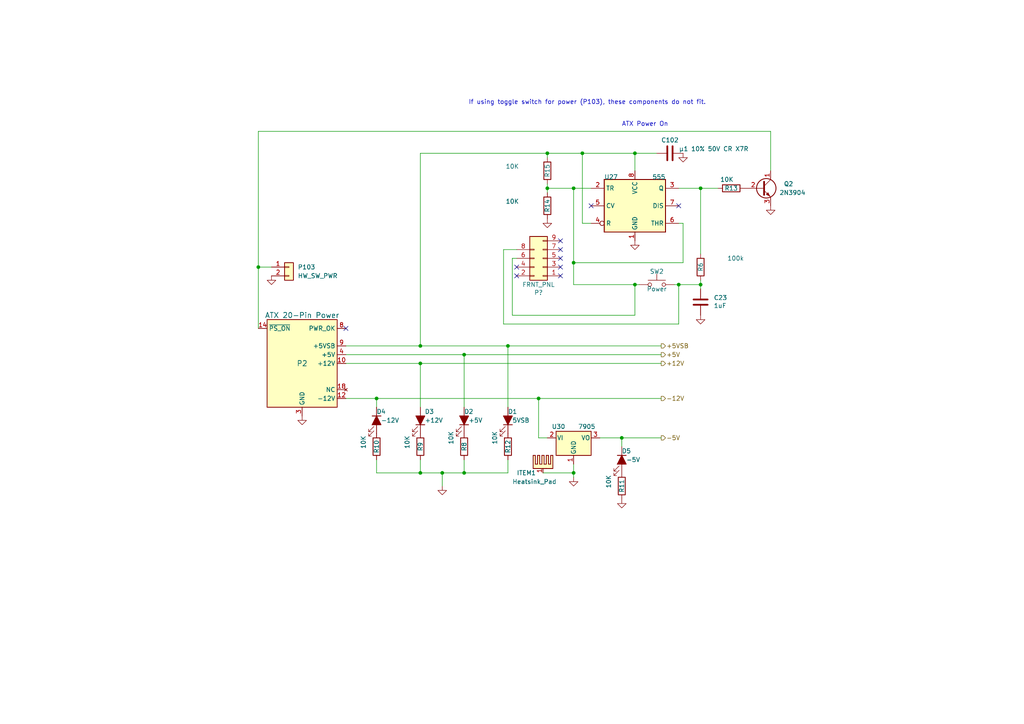
<source format=kicad_sch>
(kicad_sch (version 20211123) (generator eeschema)
  (paper "A4")
  (title_block (title "Universal ISA Backplane - Power") (date "2022-01-08") (rev "1.99-dev") (company "Tedd | License: GFDLv3"))
  (lib_symbols
    (symbol "Connector_Generic:Conn_01x02" (pin_names (offset 1.016) hide)
      (property "Reference" "J" (at 0 2.54 0))
      (property "Value" "Conn_01x02" (at 0 -5.08 0))
      (symbol "Conn_01x02_1_1"
        (rectangle (start -1.27 -2.413) (end 0 -2.667) (stroke (width 0.1524)))
        (rectangle (start -1.27 0.127) (end 0 -0.127) (stroke (width 0.1524)))
        (rectangle (start -1.27 1.27) (end 1.27 -3.81) (stroke (width 0.254)) (fill (type background)))
        (pin passive line (at -5.08 0 0) (length 3.81) (name "Pin_1") (number "1"))
        (pin passive line (at -5.08 -2.54 0) (length 3.81) (name "Pin_2") (number "2"))
      )
    )
    (symbol "Device:C" (pin_numbers hide) (pin_names (offset 0.254))
      (property "Reference" "C" (at 0.635 2.54 0))
      (property "Value" "C" (at 0.635 -2.54 0))
      (symbol "C_0_1"
        (polyline (pts (xy -2.032 -0.762) (xy 2.032 -0.762)) (stroke (width 0.508)))
        (polyline (pts (xy -2.032 0.762) (xy 2.032 0.762)) (stroke (width 0.508)))
      )
      (symbol "C_1_1"
        (pin passive line (at 0 3.81 270) (length 2.794) (name "~") (number "1"))
        (pin passive line (at 0 -3.81 90) (length 2.794) (name "~") (number "2"))
      )
    )
    (symbol "Mechanical:Heatsink_Pad" (pin_names (offset 0))
      (property "Reference" "HS" (at 0 5.715 0))
      (property "Value" "Heatsink_Pad" (at 0 3.81 0))
      (symbol "Heatsink_Pad_0_1"
        (polyline (pts (xy -0.3302 0) (xy -0.9652 0) (xy -0.9652 2.54) (xy -1.6002 2.54) (xy -1.6002 0) (xy -2.2352 0) (xy -2.2352 2.54) (xy -2.8702 2.54) (xy -2.8702 -1.27) (xy -0.9652 -1.27)) (stroke (width 0.254)) (fill (type background)))
        (polyline (pts (xy -0.3302 0) (xy -0.3302 2.54) (xy 0.3048 2.54) (xy 0.3048 0) (xy 0.9398 0) (xy 0.9398 2.54) (xy 1.5748 2.54) (xy 1.5748 0) (xy 2.2098 0) (xy 2.2098 2.54) (xy 2.8448 2.54) (xy 2.8448 -1.27) (xy -0.9652 -1.27)) (stroke (width 0.254)) (fill (type background)))
      )
      (symbol "Heatsink_Pad_1_1"
        (pin passive line (at 0 -2.54 90) (length 1.27) (name "~") (number "1"))
      )
    )
    (symbol "Transistor_BJT:BC547" (pin_names (offset 0) hide)
      (property "Reference" "Q" (at 5.08 1.905 0))
      (property "Value" "BC547" (at 5.08 0 0))
      (symbol "BC547_0_1"
        (polyline (pts (xy 0 0) (xy 0.635 0)))
        (polyline (pts (xy 0.635 0.635) (xy 2.54 2.54)))
        (polyline (pts (xy 0.635 -0.635) (xy 2.54 -2.54) (xy 2.54 -2.54)))
        (polyline (pts (xy 0.635 1.905) (xy 0.635 -1.905) (xy 0.635 -1.905)) (stroke (width 0.508)))
        (polyline (pts (xy 1.27 -1.778) (xy 1.778 -1.27) (xy 2.286 -2.286) (xy 1.27 -1.778) (xy 1.27 -1.778)) (fill (type outline)))
        (circle (center 1.27 0) (radius 2.8194) (stroke (width 0.254)))
      )
      (symbol "BC547_1_1"
        (pin passive line (at 2.54 5.08 270) (length 2.54) (name "C") (number "1"))
        (pin input line (at -5.08 0 0) (length 5.08) (name "B") (number "2"))
        (pin passive line (at 2.54 -5.08 90) (length 2.54) (name "E") (number "3"))
      )
    )
    (symbol "Universal-ISA-Backplane-symbols:ATX-20"
      (property "Reference" "P101" (at 0 0 0))
      (property "Value" "ATX-20" (at 0 13.97 0))
      (symbol "ATX-20_0_1"
        (rectangle (start -10.16 12.7) (end 10.16 -12.7) (stroke (width 0.254)) (fill (type background)))
      )
      (symbol "ATX-20_1_1"
        (pin power_out line (at 12.7 -2.54 180) (length 2.54) hide (name "+3.3V") (number "1"))
        (pin power_out line (at 12.7 0 180) (length 2.54) (name "+12V") (number "10"))
        (pin passive line (at 12.7 -2.54 180) (length 2.54) hide (name "+3.3V") (number "11"))
        (pin power_out line (at 12.7 -10.16 180) (length 2.54) (name "-12V") (number "12"))
        (pin passive line (at 0 -15.24 90) (length 2.54) hide (name "GND") (number "13"))
        (pin input line (at -12.7 10.16 0) (length 2.54) (name "~{PS_ON}") (number "14"))
        (pin passive line (at 0 -15.24 90) (length 2.54) hide (name "GND") (number "15"))
        (pin passive line (at 0 -15.24 90) (length 2.54) hide (name "GND") (number "16"))
        (pin passive line (at 0 -15.24 90) (length 2.54) hide (name "GND") (number "17"))
        (pin no_connect line (at 12.7 -7.62 180) (length 2.54) (name "NC") (number "18"))
        (pin passive line (at 12.7 2.54 180) (length 2.54) hide (name "+5V") (number "19"))
        (pin passive line (at 12.7 -2.54 180) (length 2.54) hide (name "+3.3V") (number "2"))
        (pin passive line (at 12.7 2.54 180) (length 2.54) hide (name "+5V") (number "20"))
        (pin power_out line (at 0 -15.24 90) (length 2.54) (name "GND") (number "3"))
        (pin power_out line (at 12.7 2.54 180) (length 2.54) (name "+5V") (number "4"))
        (pin passive line (at 0 -15.24 90) (length 2.54) hide (name "GND") (number "5"))
        (pin passive line (at 12.7 2.54 180) (length 2.54) hide (name "+5V") (number "6"))
        (pin passive line (at 0 -15.24 90) (length 2.54) hide (name "GND") (number "7"))
        (pin output line (at 12.7 10.16 180) (length 2.54) (name "PWR_OK") (number "8"))
        (pin power_out line (at 12.7 5.08 180) (length 2.54) (name "+5VSB") (number "9"))
      )
    )
    (symbol "Universal-ISA-Backplane-symbols:Conn_2Rows-09Pins" (pin_names (offset 1.016) hide)
      (property "Reference" "J" (at 1.27 7.62 0))
      (property "Value" "Conn_2Rows-09Pins" (at 1.27 -7.62 0))
      (symbol "Conn_2Rows-09Pins_1_1"
        (rectangle (start -1.27 -4.953) (end 0 -5.207) (stroke (width 0.1524)))
        (rectangle (start -1.27 -2.413) (end 0 -2.667) (stroke (width 0.1524)))
        (rectangle (start -1.27 0.127) (end 0 -0.127) (stroke (width 0.1524)))
        (rectangle (start -1.27 2.667) (end 0 2.413) (stroke (width 0.1524)))
        (rectangle (start -1.27 5.207) (end 0 4.953) (stroke (width 0.1524)))
        (rectangle (start -1.27 6.35) (end 3.81 -6.35) (stroke (width 0.254)) (fill (type background)))
        (rectangle (start 3.81 -2.413) (end 2.54 -2.667) (stroke (width 0.1524)))
        (rectangle (start 3.81 0.127) (end 2.54 -0.127) (stroke (width 0.1524)))
        (rectangle (start 3.81 2.667) (end 2.54 2.413) (stroke (width 0.1524)))
        (rectangle (start 3.81 5.207) (end 2.54 4.953) (stroke (width 0.1524)))
        (pin passive line (at -5.08 5.08 0) (length 3.81) (name "Pin_1") (number "1"))
        (pin passive line (at 7.62 5.08 180) (length 3.81) (name "Pin_2") (number "2"))
        (pin passive line (at -5.08 2.54 0) (length 3.81) (name "Pin_3") (number "3"))
        (pin passive line (at 7.62 2.54 180) (length 3.81) (name "Pin_4") (number "4"))
        (pin passive line (at -5.08 0 0) (length 3.81) (name "Pin_5") (number "5"))
        (pin passive line (at 7.62 0 180) (length 3.81) (name "Pin_6") (number "6"))
        (pin passive line (at -5.08 -2.54 0) (length 3.81) (name "Pin_7") (number "7"))
        (pin passive line (at 7.62 -2.54 180) (length 3.81) (name "Pin_8") (number "8"))
        (pin passive line (at -5.08 -5.08 0) (length 3.81) (name "Pin_9") (number "9"))
      )
    )
    (symbol "Universal-ISA-Backplane-symbols:GND" (power) (pin_names (offset 0))
      (property "Value" "GND" (at 0 -3.81 0))
      (symbol "GND_0_1"
        (polyline (pts (xy 0 0) (xy 0 -1.27) (xy 1.27 -1.27) (xy 0 -2.54) (xy -1.27 -1.27) (xy 0 -1.27)))
      )
      (symbol "GND_1_1"
        (pin power_in line (at 0 0 270) (length 0) hide (name "GND") (number "1"))
      )
    )
    (symbol "Universal-ISA-Backplane-symbols:L7905" (pin_names (offset 0.254))
      (property "Reference" "U102" (at -6.35 2.54 0))
      (property "Value" "L7905" (at 6.35 2.54 0))
      (symbol "L7905_0_1"
        (rectangle (start -5.08 5.08) (end 5.08 -1.905) (stroke (width 0.254)) (fill (type background)))
      )
      (symbol "L7905_1_1"
        (pin power_in line (at 0 7.62 270) (length 2.54) (name "GND") (number "1"))
        (pin power_in line (at -7.62 0 0) (length 2.54) (name "VI") (number "2"))
        (pin power_out line (at 7.62 0 180) (length 2.54) (name "VO") (number "3"))
      )
    )
    (symbol "Universal-ISA-Backplane-symbols:LED_Filled" (pin_numbers hide) (pin_names (offset 1.016) hide)
      (property "Reference" "CR101" (at 0 2.54 90))
      (property "Value" "LED_Filled" (at 1.27 0 90))
      (symbol "LED_Filled_0_1"
        (polyline (pts (xy -1.27 -1.27) (xy -1.27 1.27)) (stroke (width 0.254)))
        (polyline (pts (xy -1.27 0) (xy 1.27 0)))
        (polyline (pts (xy 1.27 -1.27) (xy 1.27 1.27) (xy -1.27 0) (xy 1.27 -1.27)) (stroke (width 0.254)) (fill (type outline)))
        (polyline (pts (xy -3.048 -0.762) (xy -4.572 -2.286) (xy -3.81 -2.286) (xy -4.572 -2.286) (xy -4.572 -1.524)))
        (polyline (pts (xy -1.778 -0.762) (xy -3.302 -2.286) (xy -2.54 -2.286) (xy -3.302 -2.286) (xy -3.302 -1.524)))
      )
      (symbol "LED_Filled_1_1"
        (pin passive line (at -3.81 0 0) (length 2.54) (name "K") (number "1"))
        (pin passive line (at 3.81 0 180) (length 2.54) (name "A") (number "2"))
      )
    )
    (symbol "Universal-ISA-Backplane-symbols:LED_Filled_Reverse" (pin_numbers hide) (pin_names (offset 1.016) hide)
      (property "Reference" "CR104" (at 0 2.54 90))
      (property "Value" "LED_Filled_Reverse" (at 1.27 0 90))
      (symbol "LED_Filled_Reverse_0_1"
        (polyline (pts (xy -1.27 -1.27) (xy -1.27 1.27)) (stroke (width 0.254)))
        (polyline (pts (xy -1.27 0) (xy 1.27 0)))
        (polyline (pts (xy 1.27 -1.27) (xy 1.27 1.27) (xy -1.27 0) (xy 1.27 -1.27)) (stroke (width 0.254)) (fill (type outline)))
        (polyline (pts (xy 1.778 -0.762) (xy 3.302 -2.286) (xy 2.54 -2.286) (xy 3.302 -2.286) (xy 3.302 -1.524)))
        (polyline (pts (xy 3.048 -0.762) (xy 4.572 -2.286) (xy 3.81 -2.286) (xy 4.572 -2.286) (xy 4.572 -1.524)))
      )
      (symbol "LED_Filled_Reverse_1_1"
        (pin passive line (at -3.81 0 0) (length 2.54) (name "K") (number "1"))
        (pin passive line (at 3.81 0 180) (length 2.54) (name "A") (number "2"))
      )
    )
    (symbol "Universal-ISA-Backplane-symbols:NE555P"
      (property "Reference" "U101" (at -8.89 7.62 0))
      (property "Value" "NE555P" (at 8.89 7.62 0))
      (symbol "NE555P_0_0"
        (pin power_in line (at 0 -10.16 90) (length 2.54) (name "GND") (number "1"))
        (pin power_in line (at 0 10.16 270) (length 2.54) (name "VCC") (number "8"))
      )
      (symbol "NE555P_0_1"
        (rectangle (start -8.89 -7.62) (end 8.89 7.62) (stroke (width 0.254)) (fill (type background)))
        (rectangle (start -8.89 -7.62) (end 8.89 7.62) (stroke (width 0.254)) (fill (type background)))
      )
      (symbol "NE555P_1_1"
        (pin input line (at -12.7 5.08 0) (length 3.81) (name "TR") (number "2"))
        (pin output line (at 12.7 5.08 180) (length 3.81) (name "Q") (number "3"))
        (pin input inverted (at -12.7 -5.08 0) (length 3.81) (name "R") (number "4"))
        (pin input line (at -12.7 0 0) (length 3.81) (name "CV") (number "5"))
        (pin input line (at 12.7 -5.08 180) (length 3.81) (name "THR") (number "6"))
        (pin input line (at 12.7 0 180) (length 3.81) (name "DIS") (number "7"))
      )
    )
    (symbol "Universal-ISA-Backplane-symbols:R" (pin_numbers hide) (pin_names (offset 0))
      (property "Reference" "R" (at 2.032 0 90))
      (property "Value" "R" (at 0 0 90))
      (symbol "R_0_1"
        (rectangle (start -1.016 -2.54) (end 1.016 2.54) (stroke (width 0.254)))
      )
      (symbol "R_1_1"
        (pin passive line (at 0 3.81 270) (length 1.27) (name "~") (number "1"))
        (pin passive line (at 0 -3.81 90) (length 1.27) (name "~") (number "2"))
      )
    )
    (symbol "Universal-ISA-Backplane-symbols:SW_Push" (pin_numbers hide) (pin_names (offset 1.016) hide)
      (property "Reference" "SW" (at 1.27 2.54 0))
      (property "Value" "SW_Push" (at 0 -1.524 0))
      (symbol "SW_Push_0_1"
        (circle (center -2.032 0) (radius 0.508))
        (polyline (pts (xy 0 1.27) (xy 0 3.048)))
        (polyline (pts (xy 2.54 1.27) (xy -2.54 1.27)))
        (circle (center 2.032 0) (radius 0.508))
        (pin passive line (at -5.08 0 0) (length 2.54) (name "1") (number "1"))
        (pin passive line (at 5.08 0 180) (length 2.54) (name "2") (number "2"))
      )
    )
    (symbol "power:GND" (power) (pin_names (offset 0))
      (property "Value" "GND" (at 0 -3.81 0))
      (symbol "GND_0_1"
        (polyline (pts (xy 0 0) (xy 0 -1.27) (xy 1.27 -1.27) (xy 0 -2.54) (xy -1.27 -1.27) (xy 0 -1.27)))
      )
      (symbol "GND_1_1"
        (pin power_in line (at 0 0 270) (length 0) hide (name "GND") (number "1"))
      )
    )
  )
  (junction (at 203.2 82.55))
  (junction (at 184.15 44.45))
  (junction (at 168.91 44.45))
  (junction (at 180.34 127))
  (junction (at 134.62 137.16))
  (junction (at 134.62 102.87))
  (junction (at 156.21 115.57))
  (junction (at 121.92 137.16))
  (junction (at 184.15 82.55))
  (junction (at 158.75 54.61))
  (junction (at 121.92 105.41))
  (junction (at 74.93 77.47))
  (junction (at 158.75 44.45))
  (junction (at 128.27 137.16))
  (junction (at 109.22 115.57))
  (junction (at 121.92 100.33))
  (junction (at 166.37 76.2))
  (junction (at 196.85 82.55))
  (junction (at 166.37 54.61))
  (junction (at 203.2 54.61))
  (junction (at 166.37 137.16))
  (junction (at 147.32 100.33))
  (no_connect (at 100.33 95.25))
  (no_connect (at 162.56 69.85))
  (no_connect (at 149.86 77.47))
  (no_connect (at 149.86 80.01))
  (no_connect (at 162.56 80.01))
  (no_connect (at 162.56 77.47))
  (no_connect (at 162.56 74.93))
  (no_connect (at 162.56 72.39))
  (no_connect (at 196.85 59.69))
  (no_connect (at 171.45 59.69))
  (wire (pts (xy 109.22 115.57) (xy 156.21 115.57)))
  (wire (pts (xy 134.62 102.87) (xy 191.77 102.87)))
  (wire (pts (xy 166.37 54.61) (xy 166.37 76.2)))
  (wire (pts (xy 74.93 77.47) (xy 74.93 95.25)))
  (wire (pts (xy 158.75 44.45) (xy 168.91 44.45)))
  (wire (pts (xy 180.34 127) (xy 191.77 127)))
  (wire (pts (xy 168.91 44.45) (xy 184.15 44.45)))
  (wire (pts (xy 74.93 38.1) (xy 74.93 77.47)))
  (wire (pts (xy 147.32 137.16) (xy 134.62 137.16)))
  (wire (pts (xy 166.37 82.55) (xy 166.37 76.2)))
  (wire (pts (xy 166.37 76.2) (xy 198.12 76.2)))
  (wire (pts (xy 121.92 100.33) (xy 121.92 44.45)))
  (wire (pts (xy 134.62 137.16) (xy 128.27 137.16)))
  (wire (pts (xy 203.2 54.61) (xy 208.28 54.61)))
  (wire (pts (xy 198.12 64.77) (xy 196.85 64.77)))
  (wire (pts (xy 158.75 53.34) (xy 158.75 54.61)))
  (wire (pts (xy 109.22 118.11) (xy 109.22 115.57)))
  (wire (pts (xy 168.91 44.45) (xy 168.91 64.77)))
  (wire (pts (xy 158.75 54.61) (xy 166.37 54.61)))
  (wire (pts (xy 196.85 54.61) (xy 203.2 54.61)))
  (wire (pts (xy 134.62 102.87) (xy 134.62 118.11)))
  (wire (pts (xy 168.91 64.77) (xy 171.45 64.77)))
  (wire (pts (xy 128.27 140.97) (xy 128.27 137.16)))
  (wire (pts (xy 158.75 54.61) (xy 158.75 55.88)))
  (wire (pts (xy 156.21 127) (xy 158.75 127)))
  (wire (pts (xy 184.15 82.55) (xy 166.37 82.55)))
  (wire (pts (xy 184.15 44.45) (xy 184.15 49.53)))
  (wire (pts (xy 121.92 137.16) (xy 109.22 137.16)))
  (wire (pts (xy 203.2 54.61) (xy 203.2 73.66)))
  (wire (pts (xy 148.59 91.44) (xy 148.59 74.93)))
  (wire (pts (xy 195.58 82.55) (xy 196.85 82.55)))
  (wire (pts (xy 100.33 115.57) (xy 109.22 115.57)))
  (wire (pts (xy 100.33 102.87) (xy 134.62 102.87)))
  (wire (pts (xy 146.05 93.98) (xy 196.85 93.98)))
  (wire (pts (xy 146.05 72.39) (xy 149.86 72.39)))
  (wire (pts (xy 173.99 127) (xy 180.34 127)))
  (wire (pts (xy 180.34 127) (xy 180.34 129.54)))
  (wire (pts (xy 128.27 137.16) (xy 121.92 137.16)))
  (wire (pts (xy 74.93 77.47) (xy 78.74 77.47)))
  (wire (pts (xy 148.59 91.44) (xy 184.15 91.44)))
  (wire (pts (xy 148.59 74.93) (xy 149.86 74.93)))
  (wire (pts (xy 196.85 82.55) (xy 196.85 93.98)))
  (wire (pts (xy 147.32 100.33) (xy 191.77 100.33)))
  (wire (pts (xy 147.32 100.33) (xy 147.32 118.11)))
  (wire (pts (xy 156.21 115.57) (xy 156.21 127)))
  (wire (pts (xy 223.52 38.1) (xy 223.52 49.53)))
  (wire (pts (xy 100.33 100.33) (xy 121.92 100.33)))
  (wire (pts (xy 203.2 82.55) (xy 203.2 83.82)))
  (wire (pts (xy 121.92 44.45) (xy 158.75 44.45)))
  (wire (pts (xy 157.48 137.16) (xy 166.37 137.16)))
  (wire (pts (xy 147.32 133.35) (xy 147.32 137.16)))
  (wire (pts (xy 166.37 138.43) (xy 166.37 137.16)))
  (wire (pts (xy 166.37 54.61) (xy 171.45 54.61)))
  (wire (pts (xy 121.92 133.35) (xy 121.92 137.16)))
  (wire (pts (xy 184.15 82.55) (xy 184.15 91.44)))
  (wire (pts (xy 121.92 105.41) (xy 121.92 118.11)))
  (wire (pts (xy 196.85 82.55) (xy 203.2 82.55)))
  (wire (pts (xy 121.92 105.41) (xy 191.77 105.41)))
  (wire (pts (xy 100.33 105.41) (xy 121.92 105.41)))
  (wire (pts (xy 158.75 44.45) (xy 158.75 45.72)))
  (wire (pts (xy 121.92 100.33) (xy 147.32 100.33)))
  (wire (pts (xy 190.5 44.45) (xy 184.15 44.45)))
  (wire (pts (xy 223.52 38.1) (xy 74.93 38.1)))
  (wire (pts (xy 198.12 76.2) (xy 198.12 64.77)))
  (wire (pts (xy 134.62 133.35) (xy 134.62 137.16)))
  (wire (pts (xy 166.37 137.16) (xy 166.37 134.62)))
  (wire (pts (xy 146.05 93.98) (xy 146.05 72.39)))
  (wire (pts (xy 185.42 82.55) (xy 184.15 82.55)))
  (wire (pts (xy 156.21 115.57) (xy 191.77 115.57)))
  (wire (pts (xy 109.22 137.16) (xy 109.22 133.35)))
  (wire (pts (xy 203.2 81.28) (xy 203.2 82.55)))
  (text "If using toggle switch for power (P103), these components do not fit." (at 135.89 30.48 0) (effects (font (size 1.27 1.27)) (justify left bottom)))
  (text "ATX Power On" (at 180.34 36.83 0) (effects (font (size 1.27 1.27)) (justify left bottom)))
  (hierarchical_label "+5V" (shape output) (at 191.77 102.87 0))
  (hierarchical_label "-5V" (shape output) (at 191.77 127 0))
  (hierarchical_label "+5VSB" (shape output) (at 191.77 100.33 0))
  (hierarchical_label "-12V" (shape output) (at 191.77 115.57 0))
  (hierarchical_label "+12V" (shape output) (at 191.77 105.41 0))
  (symbol (lib_id "Universal-ISA-Backplane-symbols:ATX-20") (at 87.63 105.41 0) (unit 1)
    (property "Reference" "P2" (at 87.63 105.41 0) (effects (font (size 1.524 1.524))))
    (property "Value" "ATX 20-Pin Power" (at 87.63 91.44 0) (effects (font (size 1.524 1.524))))
    (property "Footprint" "Universal-ISA-Backplane:Molex_Mini-Fit_Jr_5569-20A2_2x10_P4.20mm_Horizontal" (effects hide))
    (property "Datasheet" "https://web.aub.edu.lb/pub/docs/atx_201.pdf#page=20" (effects hide))
  )
  (symbol (lib_id "Universal-ISA-Backplane-symbols:L7905") (at 166.37 127 0) (mirror x) (unit 1)
    (property "Reference" "U30" (at 160.02 124.46 0) (effects (justify left top)))
    (property "Value" "7905" (at 172.72 124.46 0) (effects (justify right top)))
    (property "Footprint" "Universal-ISA-Backplane:TO220-3_Soldertab" (effects hide))
    (property "MPN" "L7905CV" (effects hide))
  )
  (symbol (lib_id "Universal-ISA-Backplane-symbols:GND") (at 166.37 138.43 0) (unit 1)
    (property "Reference" "#PWR086" (effects hide))
    (property "Value" "GND" (effects hide))
  )
  (symbol (lib_id "Universal-ISA-Backplane-symbols:LED_Filled") (at 121.92 121.92 270) (mirror x) (unit 1)
    (property "Reference" "D3" (at 123.19 119.38 90) (effects (justify left)))
    (property "Value" "+12V" (at 123.19 121.92 90) (effects (justify left)))
    (property "Footprint" "LED_THT:LED_D3.0mm" (effects hide))
    (property "MPN" "HLMP-1503" (effects hide))
  )
  (symbol (lib_id "Universal-ISA-Backplane-symbols:LED_Filled_Reverse") (at 109.22 121.92 270) (unit 1)
    (property "Reference" "D4" (at 109.22 119.38 90) (effects (justify left)))
    (property "Value" "-12V" (at 110.49 121.92 90) (effects (justify left)))
    (property "Footprint" "LED_THT:LED_D3.0mm" (effects hide))
    (property "MPN" "HLMP-1503" (effects hide))
  )
  (symbol (lib_id "Universal-ISA-Backplane-symbols:LED_Filled") (at 134.62 121.92 270) (mirror x) (unit 1)
    (property "Reference" "D2" (at 134.62 119.38 90) (effects (justify left)))
    (property "Value" "+5V" (at 135.89 121.92 90) (effects (justify left)))
    (property "Footprint" "LED_THT:LED_D3.0mm" (effects hide))
    (property "MPN" "HLMP-1503" (effects hide))
  )
  (symbol (lib_id "Universal-ISA-Backplane-symbols:LED_Filled_Reverse") (at 180.34 133.35 270) (unit 1)
    (property "Reference" "D5" (at 180.34 130.81 90) (effects (justify left)))
    (property "Value" "-5V" (at 181.61 133.35 90) (effects (justify left)))
    (property "Footprint" "LED_THT:LED_D3.0mm" (effects hide))
  )
  (symbol (lib_id "Universal-ISA-Backplane-symbols:R") (at 147.32 129.54 0) (unit 1)
    (property "Reference" "R12" (at 147.32 129.54 90))
    (property "Value" "10K" (at 143.51 127 90))
    (property "Footprint" "Resistor_THT:R_Axial_DIN0204_L3.6mm_D1.6mm_P5.08mm_Horizontal" (effects hide))
  )
  (symbol (lib_id "Universal-ISA-Backplane-symbols:R") (at 158.75 59.69 0) (unit 1)
    (property "Reference" "R14" (at 158.75 59.69 90))
    (property "Value" "10K" (at 148.59 58.42 0))
    (property "Footprint" "Resistor_THT:R_Axial_DIN0204_L3.6mm_D1.6mm_P5.08mm_Horizontal" (effects hide))
  )
  (symbol (lib_id "Universal-ISA-Backplane-symbols:R") (at 158.75 49.53 0) (unit 1)
    (property "Reference" "R15" (at 158.75 49.53 90))
    (property "Value" "10K" (at 148.59 48.26 0))
    (property "Footprint" "Resistor_THT:R_Axial_DIN0204_L3.6mm_D1.6mm_P5.08mm_Horizontal" (effects hide))
  )
  (symbol (lib_id "Universal-ISA-Backplane-symbols:R") (at 212.09 54.61 90) (unit 1)
    (property "Reference" "R13" (at 212.09 54.61 90))
    (property "Value" "10K" (at 210.82 52.07 90))
    (property "Footprint" "Resistor_THT:R_Axial_DIN0204_L3.6mm_D1.6mm_P5.08mm_Horizontal" (effects hide))
  )
  (symbol (lib_id "Universal-ISA-Backplane-symbols:R") (at 134.62 129.54 180) (unit 1)
    (property "Reference" "R8" (at 134.62 129.54 90))
    (property "Value" "10K" (at 130.81 127 90))
    (property "Footprint" "Resistor_THT:R_Axial_DIN0204_L3.6mm_D1.6mm_P5.08mm_Horizontal" (effects hide))
  )
  (symbol (lib_id "Universal-ISA-Backplane-symbols:R") (at 121.92 129.54 180) (unit 1)
    (property "Reference" "R9" (at 121.92 129.54 90))
    (property "Value" "10K" (at 118.11 128.27 90))
    (property "Footprint" "Resistor_THT:R_Axial_DIN0204_L3.6mm_D1.6mm_P5.08mm_Horizontal" (effects hide))
  )
  (symbol (lib_id "Universal-ISA-Backplane-symbols:R") (at 109.22 129.54 180) (unit 1)
    (property "Reference" "R10" (at 109.22 129.54 90))
    (property "Value" "10K" (at 105.41 128.27 90))
    (property "Footprint" "Resistor_THT:R_Axial_DIN0204_L3.6mm_D1.6mm_P5.08mm_Horizontal" (effects hide))
  )
  (symbol (lib_id "Universal-ISA-Backplane-symbols:R") (at 180.34 140.97 180) (unit 1)
    (property "Reference" "R11" (at 180.34 140.97 90))
    (property "Value" "10K" (at 176.53 139.7 90))
    (property "Footprint" "Resistor_THT:R_Axial_DIN0204_L3.6mm_D1.6mm_P5.08mm_Horizontal" (effects hide))
  )
  (symbol (lib_id "Universal-ISA-Backplane-symbols:GND") (at 128.27 140.97 0) (unit 1)
    (property "Reference" "#PWR0107" (effects hide))
    (property "Value" "GND" (effects hide))
  )
  (symbol (lib_id "Universal-ISA-Backplane-symbols:GND") (at 158.75 63.5 0) (unit 1)
    (property "Reference" "#PWR0108" (effects hide))
    (property "Value" "GND" (effects hide))
  )
  (symbol (lib_id "Universal-ISA-Backplane-symbols:NE555P") (at 184.15 59.69 0) (unit 1)
    (property "Reference" "U27" (at 175.26 52.07 0) (effects (justify left bottom)))
    (property "Value" "555" (at 193.04 52.07 0) (effects (justify right bottom)))
    (property "Footprint" "Package_DIP:DIP-8_W7.62mm" (effects hide))
    (property "Datasheet" "http://www.ti.com/lit/ds/symlink/ne555.pdf" (effects hide))
    (property "MPN" "NE555P" (effects hide))
  )
  (symbol (lib_id "Transistor_BJT:BC547") (at 220.98 54.61 0) (unit 1)
    (property "Reference" "Q2" (at 227.33 53.34 0) (effects (justify left)))
    (property "Value" "2N3904" (at 226.06 55.88 0) (effects (justify left)))
    (property "Footprint" "Package_TO_SOT_THT:TO-92" (effects hide))
  )
  (symbol (lib_id "Universal-ISA-Backplane-symbols:GND") (at 223.52 59.69 0) (unit 1)
    (property "Reference" "#PWR072" (effects hide))
    (property "Value" "GND" (effects hide))
  )
  (symbol (lib_id "Universal-ISA-Backplane-symbols:R") (at 203.2 77.47 180) (unit 1)
    (property "Reference" "R6" (at 203.2 77.47 90))
    (property "Value" "100k" (at 213.36 74.93 0))
    (property "Footprint" "Resistor_THT:R_Axial_DIN0204_L3.6mm_D1.6mm_P5.08mm_Horizontal" (effects hide))
  )
  (symbol (lib_id "Universal-ISA-Backplane-symbols:GND") (at 184.15 69.85 0) (unit 1)
    (property "Reference" "#PWR063" (effects hide))
    (property "Value" "GND" (effects hide))
  )
  (symbol (lib_id "Universal-ISA-Backplane-symbols:LED_Filled") (at 147.32 121.92 270) (mirror x) (unit 1)
    (property "Reference" "D1" (at 147.32 119.38 90) (effects (justify left)))
    (property "Value" "5VSB" (at 148.59 121.92 90) (effects (justify left)))
    (property "Footprint" "LED_THT:LED_D3.0mm" (effects hide))
    (property "MPN" "HLMP-1503" (effects hide))
  )
  (symbol (lib_id "Universal-ISA-Backplane-symbols:SW_Push") (at 190.5 82.55 0) (unit 1)
    (property "Reference" "SW2" (at 190.5 78.74 0))
    (property "Value" "Power" (at 190.5 83.82 0))
    (property "Footprint" "Button_Switch_THT:SW_PUSH_6mm" (effects hide))
  )
  (symbol (lib_id "Device:C") (at 203.2 87.63 0) (unit 1)
    (property "Reference" "C23" (at 207.01 86.36 0) (effects (justify left)))
    (property "Value" "1uF" (at 207.01 88.6714 0) (effects (justify left)))
    (property "Footprint" "Capacitor_THT:C_Disc_D4.3mm_W1.9mm_P5.00mm" (effects hide))
    (property "MPN" "MC0805B474K500A5.08MM" (effects hide))
  )
  (symbol (lib_id "Universal-ISA-Backplane-symbols:GND") (at 203.2 91.44 0) (unit 1)
    (property "Reference" "#PWR062" (effects hide))
    (property "Value" "GND" (effects hide))
  )
  (symbol (lib_id "power:GND") (at 180.34 144.78 0) (unit 1)
    (property "Reference" "#PWR?" (effects hide))
    (property "Value" "GND" (effects hide))
  )
  (symbol (lib_id "power:GND") (at 198.12 44.45 0) (unit 1)
    (property "Reference" "#PWR04" (effects hide))
    (property "Value" "GND" (effects hide))
  )
  (symbol (lib_id "power:GND") (at 78.74 80.01 0) (unit 1)
    (property "Reference" "#PWR03" (effects hide))
    (property "Value" "GND" (effects hide))
  )
  (symbol (lib_id "Device:C") (at 194.31 44.45 90) (unit 1)
    (property "Reference" "C102" (at 194.31 40.64 90))
    (property "Value" "µ1 10% 50V CR X7R" (at 207.01 43.18 90))
    (property "Footprint" "Capacitor_THT:C_Disc_D6.0mm_W4.4mm_P5.00mm" (effects hide))
    (property "MPN" "MC0805B104K500A5.08MM" (effects hide))
  )
  (symbol (lib_id "Mechanical:Heatsink_Pad") (at 157.48 134.62 0) (mirror y) (unit 1)
    (property "Reference" "ITEM1" (at 149.86 137.16 0) (effects (justify right)))
    (property "Value" "Heatsink_Pad" (at 148.59 139.7 0) (effects (justify right)))
    (property "Footprint" "Heatsink:Heatsink_Fischer_SK104-STC-STIC_35x13mm_2xDrill2.5mm" (effects hide))
  )
  (symbol (lib_id "power:GND") (at 87.63 120.65 0) (unit 1)
    (property "Reference" "#PWR?" (effects hide))
    (property "Value" "GND" (effects hide))
  )
  (symbol (lib_id "Universal-ISA-Backplane-symbols:Conn_2Rows-09Pins") (at 157.48 74.93 180) (unit 1)
    (property "Reference" "P?" (at 156.21 84.8614 0))
    (property "Value" "FRNT_PNL" (at 156.21 82.55 0))
    (property "Footprint" "Connector_PinHeader_2.54mm:PinHeader_2x05_P2.54mm_Horizontal" (effects hide))
  )
  (symbol (lib_id "Connector_Generic:Conn_01x02") (at 83.82 77.47 0) (unit 1)
    (property "Reference" "P103" (at 86.36 77.4699 0) (effects (justify left)))
    (property "Value" "HW_SW_PWR" (at 86.36 80.0099 0) (effects (justify left)))
    (property "Footprint" "Connector_PinHeader_2.54mm:PinHeader_1x02_P2.54mm_Vertical" (effects hide))
  )
)
</source>
